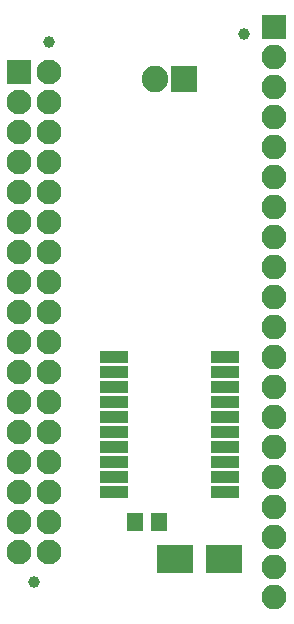
<source format=gbr>
G04 #@! TF.FileFunction,Soldermask,Top*
%FSLAX46Y46*%
G04 Gerber Fmt 4.6, Leading zero omitted, Abs format (unit mm)*
G04 Created by KiCad (PCBNEW 4.0.7) date 05/03/18 17:21:10*
%MOMM*%
%LPD*%
G01*
G04 APERTURE LIST*
%ADD10C,0.100000*%
%ADD11R,2.100000X2.100000*%
%ADD12O,2.100000X2.100000*%
%ADD13R,1.400000X1.650000*%
%ADD14C,2.100000*%
%ADD15R,2.250000X2.250000*%
%ADD16C,2.250000*%
%ADD17R,2.350000X1.000000*%
%ADD18C,1.000000*%
%ADD19R,3.050000X2.430000*%
G04 APERTURE END LIST*
D10*
D11*
X124460000Y-79375000D03*
D12*
X124460000Y-81915000D03*
X124460000Y-84455000D03*
X124460000Y-86995000D03*
X124460000Y-89535000D03*
X124460000Y-92075000D03*
X124460000Y-94615000D03*
X124460000Y-97155000D03*
X124460000Y-99695000D03*
X124460000Y-102235000D03*
X124460000Y-104775000D03*
X124460000Y-107315000D03*
X124460000Y-109855000D03*
X124460000Y-112395000D03*
X124460000Y-114935000D03*
X124460000Y-117475000D03*
X124460000Y-120015000D03*
X124460000Y-122555000D03*
X124460000Y-125095000D03*
X124460000Y-127635000D03*
D13*
X114665000Y-121285000D03*
X112665000Y-121285000D03*
D11*
X102870000Y-83185000D03*
D14*
X105410000Y-83185000D03*
X102870000Y-85725000D03*
X105410000Y-85725000D03*
X102870000Y-88265000D03*
X105410000Y-88265000D03*
X102870000Y-90805000D03*
X105410000Y-90805000D03*
X102870000Y-93345000D03*
X105410000Y-93345000D03*
X102870000Y-95885000D03*
X105410000Y-95885000D03*
X102870000Y-98425000D03*
X105410000Y-98425000D03*
X102870000Y-100965000D03*
X105410000Y-100965000D03*
X102870000Y-103505000D03*
X105410000Y-103505000D03*
X102870000Y-106045000D03*
X105410000Y-106045000D03*
X102870000Y-108585000D03*
X105410000Y-108585000D03*
X102870000Y-111125000D03*
X105410000Y-111125000D03*
X102870000Y-113665000D03*
X105410000Y-113665000D03*
X102870000Y-116205000D03*
X105410000Y-116205000D03*
X102870000Y-118745000D03*
X105410000Y-118745000D03*
X102870000Y-121285000D03*
X105410000Y-121285000D03*
X102870000Y-123825000D03*
X105410000Y-123825000D03*
D15*
X116840000Y-83820000D03*
D16*
X114340000Y-83820000D03*
D17*
X110870000Y-107315000D03*
X110870000Y-108585000D03*
X110870000Y-109855000D03*
X110870000Y-111125000D03*
X110870000Y-112395000D03*
X110870000Y-113665000D03*
X110870000Y-114935000D03*
X110870000Y-116205000D03*
X110870000Y-117475000D03*
X110870000Y-118745000D03*
X120270000Y-118745000D03*
X120270000Y-117475000D03*
X120270000Y-116205000D03*
X120270000Y-114935000D03*
X120270000Y-113665000D03*
X120270000Y-112395000D03*
X120270000Y-111125000D03*
X120270000Y-109855000D03*
X120270000Y-108585000D03*
X120270000Y-107315000D03*
D18*
X105410000Y-80645000D03*
X121920000Y-80010000D03*
D19*
X116020000Y-124460000D03*
X120200000Y-124460000D03*
D18*
X104140000Y-126365000D03*
M02*

</source>
